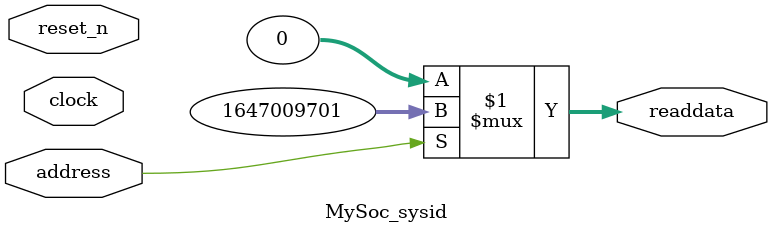
<source format=v>

`timescale 1ns / 1ps
// synthesis translate_on

// turn off superfluous verilog processor warnings 
// altera message_level Level1 
// altera message_off 10034 10035 10036 10037 10230 10240 10030 

module MySoc_sysid (
               // inputs:
                address,
                clock,
                reset_n,

               // outputs:
                readdata
             )
;

  output  [ 31: 0] readdata;
  input            address;
  input            clock;
  input            reset_n;

  wire    [ 31: 0] readdata;
  //control_slave, which is an e_avalon_slave
  assign readdata = address ? 1647009701 : 0;

endmodule




</source>
